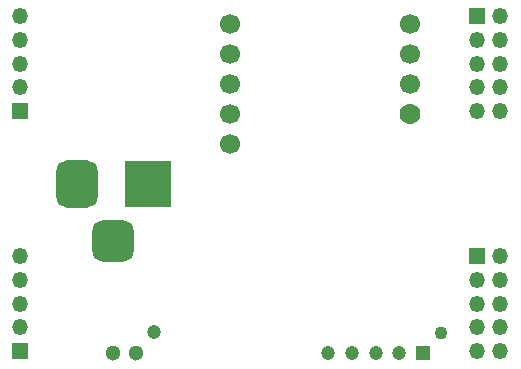
<source format=gbr>
%TF.GenerationSoftware,KiCad,Pcbnew,(6.0.0)*%
%TF.CreationDate,2022-11-08T21:37:46+09:00*%
%TF.ProjectId,LED_MATRIX_ATOM_UNIT,4c45445f-4d41-4545-9249-585f41544f4d,rev?*%
%TF.SameCoordinates,Original*%
%TF.FileFunction,Soldermask,Bot*%
%TF.FilePolarity,Negative*%
%FSLAX46Y46*%
G04 Gerber Fmt 4.6, Leading zero omitted, Abs format (unit mm)*
G04 Created by KiCad (PCBNEW (6.0.0)) date 2022-11-08 21:37:46*
%MOMM*%
%LPD*%
G01*
G04 APERTURE LIST*
G04 Aperture macros list*
%AMRoundRect*
0 Rectangle with rounded corners*
0 $1 Rounding radius*
0 $2 $3 $4 $5 $6 $7 $8 $9 X,Y pos of 4 corners*
0 Add a 4 corners polygon primitive as box body*
4,1,4,$2,$3,$4,$5,$6,$7,$8,$9,$2,$3,0*
0 Add four circle primitives for the rounded corners*
1,1,$1+$1,$2,$3*
1,1,$1+$1,$4,$5*
1,1,$1+$1,$6,$7*
1,1,$1+$1,$8,$9*
0 Add four rect primitives between the rounded corners*
20,1,$1+$1,$2,$3,$4,$5,0*
20,1,$1+$1,$4,$5,$6,$7,0*
20,1,$1+$1,$6,$7,$8,$9,0*
20,1,$1+$1,$8,$9,$2,$3,0*%
G04 Aperture macros list end*
%ADD10C,1.200000*%
%ADD11C,1.300000*%
%ADD12R,4.000000X4.000000*%
%ADD13RoundRect,0.875000X0.875000X1.125000X-0.875000X1.125000X-0.875000X-1.125000X0.875000X-1.125000X0*%
%ADD14RoundRect,0.875000X0.875000X0.875000X-0.875000X0.875000X-0.875000X-0.875000X0.875000X-0.875000X0*%
%ADD15C,1.100000*%
%ADD16R,1.200000X1.200000*%
%ADD17C,1.776200*%
%ADD18C,1.700000*%
%ADD19R,1.350000X1.350000*%
%ADD20O,1.350000X1.350000*%
G04 APERTURE END LIST*
D10*
%TO.C,J7*%
X93750000Y-115050000D03*
D11*
X92250000Y-116750000D03*
X90250000Y-116750000D03*
%TD*%
D12*
%TO.C,J5*%
X93250000Y-102450000D03*
D13*
X87250000Y-102450000D03*
D14*
X90300000Y-107350000D03*
%TD*%
D15*
%TO.C,J6*%
X118025000Y-115075000D03*
D16*
X116525000Y-116775000D03*
D10*
X114525000Y-116775000D03*
X112525000Y-116775000D03*
X110525000Y-116775000D03*
X108525000Y-116775000D03*
%TD*%
D17*
%TO.C,U1*%
X115469700Y-96523500D03*
D18*
X115469700Y-93983500D03*
X115469700Y-91443500D03*
X115469700Y-88903500D03*
X100229700Y-88903500D03*
X100229700Y-91443500D03*
X100229700Y-93983500D03*
X100229700Y-96523500D03*
X100229700Y-99063500D03*
%TD*%
D19*
%TO.C,J4*%
X82450000Y-96290000D03*
D20*
X82450000Y-94290000D03*
X82450000Y-92290000D03*
X82450000Y-90290000D03*
X82450000Y-88290000D03*
%TD*%
D19*
%TO.C,J1*%
X121090000Y-88290000D03*
D20*
X123090000Y-88290000D03*
X121090000Y-90290000D03*
X123090000Y-90290000D03*
X121090000Y-92290000D03*
X123090000Y-92290000D03*
X121090000Y-94290000D03*
X123090000Y-94290000D03*
X121090000Y-96290000D03*
X123090000Y-96290000D03*
%TD*%
D19*
%TO.C,J2*%
X82450000Y-116610000D03*
D20*
X82450000Y-114610000D03*
X82450000Y-112610000D03*
X82450000Y-110610000D03*
X82450000Y-108610000D03*
%TD*%
D19*
%TO.C,J3*%
X121090000Y-108610000D03*
D20*
X123090000Y-108610000D03*
X121090000Y-110610000D03*
X123090000Y-110610000D03*
X121090000Y-112610000D03*
X123090000Y-112610000D03*
X121090000Y-114610000D03*
X123090000Y-114610000D03*
X121090000Y-116610000D03*
X123090000Y-116610000D03*
%TD*%
M02*

</source>
